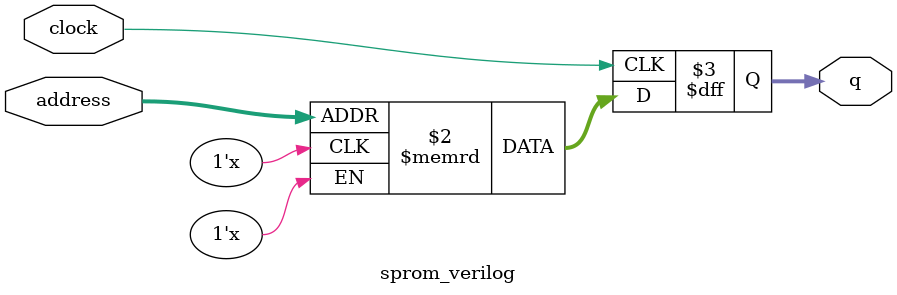
<source format=v>
module sprom_verilog #(
	parameter addr_width = 8,
	parameter data_width = 8,
	parameter length = 256,
	parameter [1023:0] hex_file = "",
) (
	input clock,
	input [addr_width-1:0] address,
	output reg [data_width-1:0] q
);
	reg [data_width-1:0] mem[0:length-1];
	generate
		if (hex_file != "")
			initial $readmemh(hex_file, mem);
	endgenerate
	always @(posedge clock)
		q <= mem[address];
endmodule

</source>
